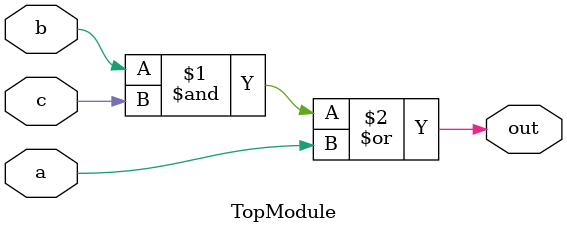
<source format=sv>
module TopModule(
    input logic a,
    input logic b,
    input logic c,
    output logic out
);

    assign out = (b & c) | a;

endmodule
</source>
